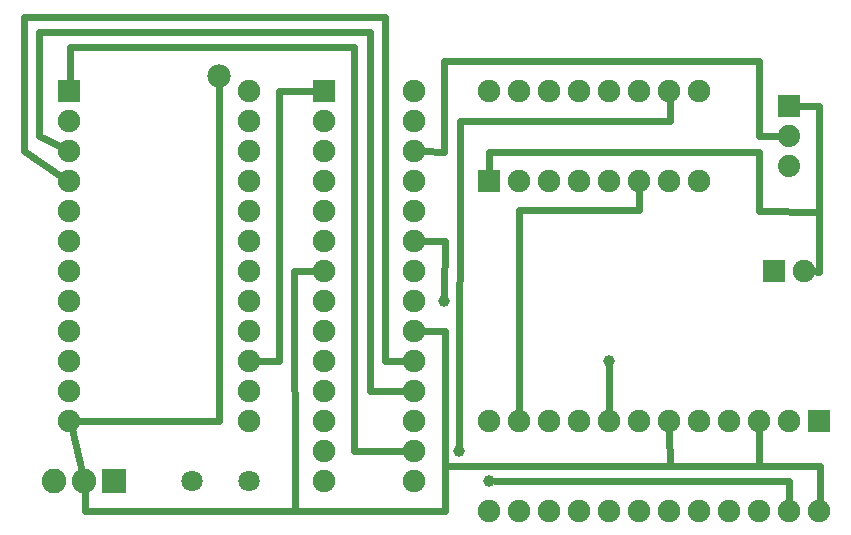
<source format=gbl>
G04 MADE WITH FRITZING*
G04 WWW.FRITZING.ORG*
G04 DOUBLE SIDED*
G04 HOLES PLATED*
G04 CONTOUR ON CENTER OF CONTOUR VECTOR*
%ASAXBY*%
%FSLAX23Y23*%
%MOIN*%
%OFA0B0*%
%SFA1.0B1.0*%
%ADD10C,0.074000*%
%ADD11C,0.075000*%
%ADD12C,0.039370*%
%ADD13C,0.082000*%
%ADD14C,0.070925*%
%ADD15C,0.070866*%
%ADD16C,0.078000*%
%ADD17R,0.075000X0.075000*%
%ADD18R,0.082000X0.082000*%
%ADD19C,0.024000*%
%ADD20R,0.001000X0.001000*%
%LNCOPPER0*%
G90*
G70*
G54D10*
X2633Y1418D03*
X2633Y1318D03*
X2633Y1218D03*
G54D11*
X2583Y868D03*
X2683Y868D03*
G54D12*
X1531Y269D03*
X1633Y167D03*
X2033Y568D03*
X1483Y768D03*
G54D11*
X2733Y368D03*
X2733Y68D03*
X2633Y368D03*
X2633Y68D03*
X2533Y368D03*
X2533Y68D03*
X2433Y368D03*
X2433Y68D03*
X2333Y368D03*
X2333Y68D03*
X2233Y368D03*
X2233Y68D03*
X2133Y368D03*
X2133Y68D03*
X2033Y368D03*
X2033Y68D03*
X1933Y368D03*
X1933Y68D03*
X1833Y368D03*
X1833Y68D03*
X1733Y368D03*
X1733Y68D03*
X1633Y368D03*
X1633Y68D03*
X1083Y1468D03*
X1383Y1468D03*
X1083Y1368D03*
X1383Y1368D03*
X1083Y1268D03*
X1383Y1268D03*
X1083Y1168D03*
X1383Y1168D03*
X1083Y1068D03*
X1383Y1068D03*
X1083Y968D03*
X1383Y968D03*
X1083Y868D03*
X1383Y868D03*
X1083Y768D03*
X1383Y768D03*
X1083Y668D03*
X1383Y668D03*
X1083Y568D03*
X1383Y568D03*
X1083Y468D03*
X1383Y468D03*
X1083Y368D03*
X1383Y368D03*
X1083Y268D03*
X1383Y268D03*
X1083Y168D03*
X1383Y168D03*
X233Y1468D03*
X833Y1468D03*
X233Y1368D03*
X833Y1368D03*
X233Y1268D03*
X833Y1268D03*
X233Y1168D03*
X833Y1168D03*
X233Y1068D03*
X833Y1068D03*
X233Y968D03*
X833Y968D03*
X233Y868D03*
X833Y868D03*
X233Y768D03*
X833Y768D03*
X233Y668D03*
X833Y668D03*
X233Y568D03*
X833Y568D03*
X233Y468D03*
X833Y468D03*
X233Y368D03*
X833Y368D03*
G54D13*
X383Y168D03*
X283Y168D03*
X183Y168D03*
G54D14*
X640Y168D03*
G54D15*
X833Y168D03*
G54D11*
X1633Y1168D03*
X1633Y1468D03*
X1733Y1168D03*
X1733Y1468D03*
X1833Y1168D03*
X1833Y1468D03*
X1933Y1168D03*
X1933Y1468D03*
X2033Y1168D03*
X2033Y1468D03*
X2133Y1168D03*
X2133Y1468D03*
X2233Y1168D03*
X2233Y1468D03*
X2333Y1168D03*
X2333Y1468D03*
G54D16*
X733Y1518D03*
G54D17*
X2583Y868D03*
X2733Y368D03*
X1083Y1468D03*
X233Y1468D03*
G54D18*
X383Y168D03*
G54D17*
X1633Y1168D03*
G54D19*
X2733Y869D02*
X2712Y869D01*
D02*
X2733Y1418D02*
X2733Y869D01*
D02*
X2664Y1418D02*
X2733Y1418D01*
D02*
X1535Y1367D02*
X1531Y288D01*
D02*
X2733Y866D02*
X2712Y867D01*
D02*
X2733Y1066D02*
X2733Y866D01*
D02*
X2533Y1069D02*
X2733Y1066D01*
D02*
X2533Y1266D02*
X2533Y1069D01*
D02*
X1632Y1266D02*
X2533Y1266D01*
D02*
X1633Y1196D02*
X1632Y1266D01*
D02*
X1482Y1266D02*
X1482Y1568D01*
D02*
X1482Y1568D02*
X2533Y1568D01*
D02*
X2533Y1317D02*
X2602Y1317D01*
D02*
X2533Y1568D02*
X2533Y1317D01*
D02*
X1412Y1267D02*
X1482Y1266D01*
D02*
X2235Y1367D02*
X1535Y1367D01*
D02*
X2234Y1439D02*
X2235Y1367D01*
D02*
X2633Y167D02*
X1652Y167D01*
D02*
X2633Y96D02*
X2633Y167D01*
D02*
X984Y69D02*
X1484Y69D01*
D02*
X284Y69D02*
X984Y69D01*
D02*
X284Y136D02*
X284Y69D01*
D02*
X983Y869D02*
X1055Y868D01*
D02*
X984Y69D02*
X983Y869D01*
D02*
X1484Y218D02*
X1484Y69D01*
D02*
X1484Y667D02*
X1484Y218D01*
D02*
X1412Y668D02*
X1484Y667D01*
D02*
X2735Y218D02*
X2734Y96D01*
D02*
X1484Y218D02*
X2735Y218D01*
D02*
X2235Y218D02*
X2233Y339D01*
D02*
X1484Y218D02*
X2235Y218D01*
D02*
X2235Y218D02*
X2531Y218D01*
D02*
X2531Y218D02*
X2533Y339D01*
D02*
X1484Y218D02*
X2235Y218D01*
D02*
X1484Y967D02*
X1483Y787D01*
D02*
X1412Y968D02*
X1484Y967D01*
D02*
X2133Y1070D02*
X1733Y1070D01*
D02*
X1733Y1070D02*
X1733Y396D01*
D02*
X2133Y1139D02*
X2133Y1070D01*
D02*
X2033Y549D02*
X2033Y396D01*
D02*
X131Y1666D02*
X131Y1318D01*
D02*
X131Y1318D02*
X208Y1280D01*
D02*
X1236Y1666D02*
X131Y1666D01*
D02*
X81Y1268D02*
X209Y1183D01*
D02*
X81Y1716D02*
X81Y1268D01*
D02*
X1285Y1716D02*
X81Y1716D01*
D02*
X236Y1616D02*
X234Y1496D01*
D02*
X1181Y1616D02*
X236Y1616D01*
D02*
X275Y199D02*
X240Y340D01*
D02*
X1055Y1468D02*
X932Y1467D01*
D02*
X932Y1467D02*
X932Y567D01*
D02*
X932Y567D02*
X862Y567D01*
D02*
X1285Y567D02*
X1285Y1716D01*
D02*
X1355Y567D02*
X1285Y567D01*
D02*
X1236Y467D02*
X1236Y1666D01*
D02*
X1355Y468D02*
X1236Y467D01*
D02*
X1181Y268D02*
X1181Y1616D01*
D02*
X1355Y268D02*
X1181Y268D01*
D02*
X733Y368D02*
X262Y368D01*
D02*
X733Y1488D02*
X733Y368D01*
G54D20*
X2596Y1455D02*
X2669Y1455D01*
X2596Y1454D02*
X2669Y1454D01*
X2596Y1453D02*
X2669Y1453D01*
X2596Y1452D02*
X2669Y1452D01*
X2596Y1451D02*
X2669Y1451D01*
X2596Y1450D02*
X2669Y1450D01*
X2596Y1449D02*
X2669Y1449D01*
X2596Y1448D02*
X2669Y1448D01*
X2596Y1447D02*
X2669Y1447D01*
X2596Y1446D02*
X2669Y1446D01*
X2596Y1445D02*
X2669Y1445D01*
X2596Y1444D02*
X2669Y1444D01*
X2596Y1443D02*
X2669Y1443D01*
X2596Y1442D02*
X2669Y1442D01*
X2596Y1441D02*
X2669Y1441D01*
X2596Y1440D02*
X2669Y1440D01*
X2596Y1439D02*
X2669Y1439D01*
X2596Y1438D02*
X2628Y1438D01*
X2637Y1438D02*
X2669Y1438D01*
X2596Y1437D02*
X2625Y1437D01*
X2640Y1437D02*
X2669Y1437D01*
X2596Y1436D02*
X2622Y1436D01*
X2642Y1436D02*
X2669Y1436D01*
X2596Y1435D02*
X2621Y1435D01*
X2644Y1435D02*
X2669Y1435D01*
X2596Y1434D02*
X2619Y1434D01*
X2645Y1434D02*
X2669Y1434D01*
X2596Y1433D02*
X2618Y1433D01*
X2647Y1433D02*
X2669Y1433D01*
X2596Y1432D02*
X2617Y1432D01*
X2648Y1432D02*
X2669Y1432D01*
X2596Y1431D02*
X2616Y1431D01*
X2648Y1431D02*
X2669Y1431D01*
X2596Y1430D02*
X2616Y1430D01*
X2649Y1430D02*
X2669Y1430D01*
X2596Y1429D02*
X2615Y1429D01*
X2650Y1429D02*
X2669Y1429D01*
X2596Y1428D02*
X2614Y1428D01*
X2650Y1428D02*
X2669Y1428D01*
X2596Y1427D02*
X2614Y1427D01*
X2651Y1427D02*
X2669Y1427D01*
X2596Y1426D02*
X2613Y1426D01*
X2651Y1426D02*
X2669Y1426D01*
X2596Y1425D02*
X2613Y1425D01*
X2652Y1425D02*
X2669Y1425D01*
X2596Y1424D02*
X2613Y1424D01*
X2652Y1424D02*
X2669Y1424D01*
X2596Y1423D02*
X2612Y1423D01*
X2652Y1423D02*
X2669Y1423D01*
X2596Y1422D02*
X2612Y1422D01*
X2653Y1422D02*
X2669Y1422D01*
X2596Y1421D02*
X2612Y1421D01*
X2653Y1421D02*
X2669Y1421D01*
X2596Y1420D02*
X2612Y1420D01*
X2653Y1420D02*
X2669Y1420D01*
X2596Y1419D02*
X2612Y1419D01*
X2653Y1419D02*
X2669Y1419D01*
X2596Y1418D02*
X2612Y1418D01*
X2653Y1418D02*
X2669Y1418D01*
X2596Y1417D02*
X2612Y1417D01*
X2653Y1417D02*
X2669Y1417D01*
X2596Y1416D02*
X2612Y1416D01*
X2653Y1416D02*
X2669Y1416D01*
X2596Y1415D02*
X2612Y1415D01*
X2653Y1415D02*
X2669Y1415D01*
X2596Y1414D02*
X2612Y1414D01*
X2652Y1414D02*
X2669Y1414D01*
X2596Y1413D02*
X2613Y1413D01*
X2652Y1413D02*
X2669Y1413D01*
X2596Y1412D02*
X2613Y1412D01*
X2652Y1412D02*
X2669Y1412D01*
X2596Y1411D02*
X2613Y1411D01*
X2651Y1411D02*
X2669Y1411D01*
X2596Y1410D02*
X2614Y1410D01*
X2651Y1410D02*
X2669Y1410D01*
X2596Y1409D02*
X2614Y1409D01*
X2651Y1409D02*
X2669Y1409D01*
X2596Y1408D02*
X2615Y1408D01*
X2650Y1408D02*
X2669Y1408D01*
X2596Y1407D02*
X2616Y1407D01*
X2649Y1407D02*
X2669Y1407D01*
X2596Y1406D02*
X2616Y1406D01*
X2649Y1406D02*
X2669Y1406D01*
X2596Y1405D02*
X2617Y1405D01*
X2648Y1405D02*
X2669Y1405D01*
X2596Y1404D02*
X2618Y1404D01*
X2647Y1404D02*
X2669Y1404D01*
X2596Y1403D02*
X2619Y1403D01*
X2646Y1403D02*
X2669Y1403D01*
X2596Y1402D02*
X2621Y1402D01*
X2644Y1402D02*
X2669Y1402D01*
X2596Y1401D02*
X2622Y1401D01*
X2643Y1401D02*
X2669Y1401D01*
X2596Y1400D02*
X2624Y1400D01*
X2641Y1400D02*
X2669Y1400D01*
X2596Y1399D02*
X2627Y1399D01*
X2638Y1399D02*
X2669Y1399D01*
X2596Y1398D02*
X2669Y1398D01*
X2596Y1397D02*
X2669Y1397D01*
X2596Y1396D02*
X2669Y1396D01*
X2596Y1395D02*
X2669Y1395D01*
X2596Y1394D02*
X2669Y1394D01*
X2596Y1393D02*
X2669Y1393D01*
X2596Y1392D02*
X2669Y1392D01*
X2596Y1391D02*
X2669Y1391D01*
X2596Y1390D02*
X2669Y1390D01*
X2596Y1389D02*
X2669Y1389D01*
X2596Y1388D02*
X2669Y1388D01*
X2596Y1387D02*
X2669Y1387D01*
X2596Y1386D02*
X2669Y1386D01*
X2596Y1385D02*
X2669Y1385D01*
X2596Y1384D02*
X2669Y1384D01*
X2596Y1383D02*
X2669Y1383D01*
X2596Y1382D02*
X2669Y1382D01*
D02*
G04 End of Copper0*
M02*
</source>
